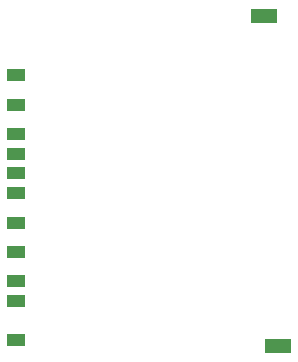
<source format=gbr>
%TF.GenerationSoftware,KiCad,Pcbnew,(6.0.11)*%
%TF.CreationDate,2024-01-15T12:10:07-05:00*%
%TF.ProjectId,SAB80535-Dev-Board,53414238-3035-4333-952d-4465762d426f,rev?*%
%TF.SameCoordinates,Original*%
%TF.FileFunction,Paste,Top*%
%TF.FilePolarity,Positive*%
%FSLAX46Y46*%
G04 Gerber Fmt 4.6, Leading zero omitted, Abs format (unit mm)*
G04 Created by KiCad (PCBNEW (6.0.11)) date 2024-01-15 12:10:07*
%MOMM*%
%LPD*%
G01*
G04 APERTURE LIST*
%ADD10R,1.500000X1.000000*%
%ADD11R,2.200000X1.200000*%
G04 APERTURE END LIST*
D10*
%TO.C,J5*%
X208850000Y-167280000D03*
X208850000Y-169780000D03*
X208850000Y-173080000D03*
X208850000Y-174780000D03*
X208850000Y-177280000D03*
X208850000Y-179780000D03*
X208850000Y-182200000D03*
X208850000Y-183900000D03*
X208850000Y-164780000D03*
X208850000Y-171430000D03*
X208850000Y-187250000D03*
D11*
X229850000Y-159750000D03*
X231050000Y-187750000D03*
%TD*%
M02*

</source>
